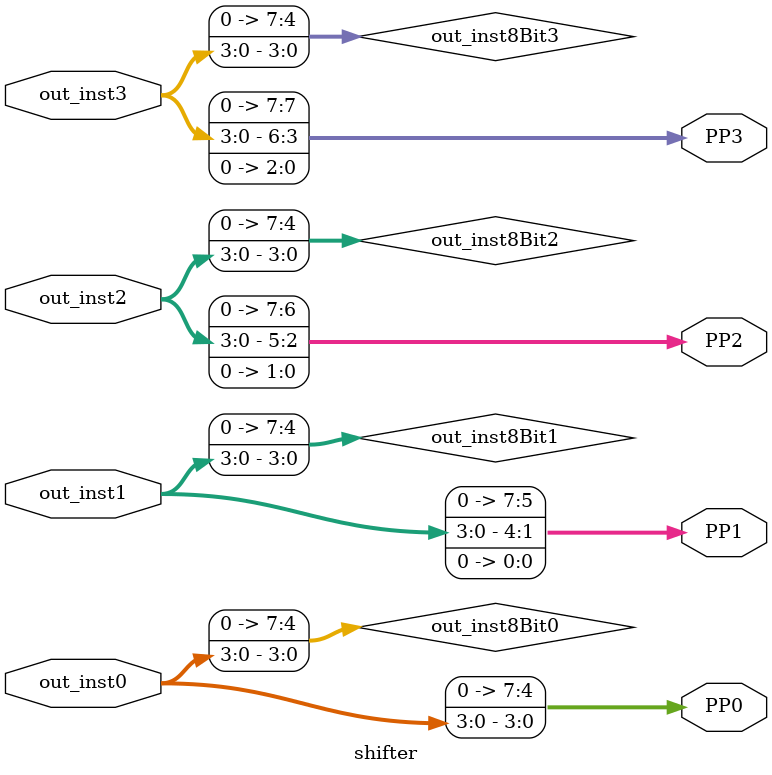
<source format=v>
`timescale 1ns / 1ps


module shifter(input [3:0]  out_inst3, out_inst2, out_inst1, out_inst0,
               output [7:0] PP3, PP2, PP1, PP0);
wire [7:0] out_inst8Bit3, out_inst8Bit2, out_inst8Bit1, out_inst8Bit0;

//extend to 8 bit, pad with 0's
               assign out_inst8Bit3 = {4'b0000, out_inst3};
               assign out_inst8Bit2 = {4'b0000, out_inst2};
               assign out_inst8Bit1 = {4'b0000, out_inst1};
               assign out_inst8Bit0 = {4'b0000, out_inst0};
                
               assign PP3 = {out_inst8Bit3 << 3};
               assign PP2 = {out_inst8Bit2 << 2};
               assign PP1 = {out_inst8Bit1 << 1};
               assign PP0 = out_inst8Bit0;               
endmodule

</source>
